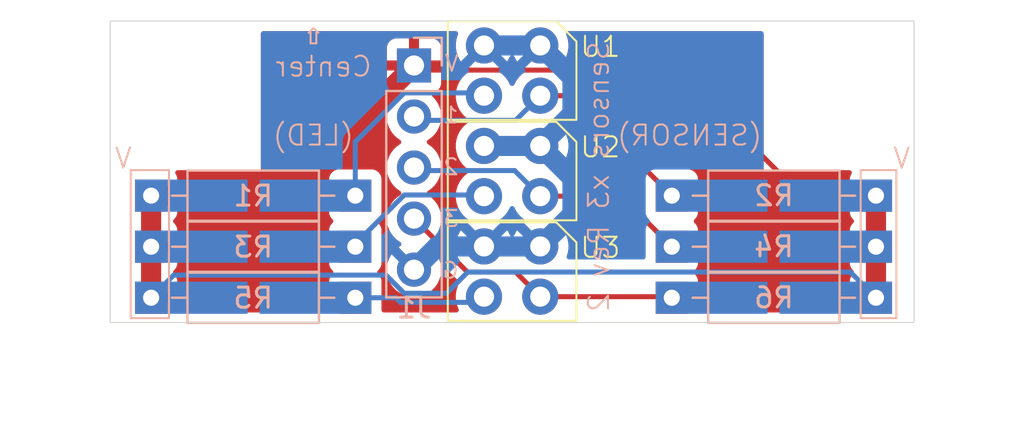
<source format=kicad_pcb>
(kicad_pcb (version 20241229) (generator "pcbnew") (generator_version "9.0")
  (layers (0 "F.Cu" signal) (2 "B.Cu" signal) (13 "F.Paste" user) (15 "B.Paste" user) (5 "F.SilkS" user "F.Silkscreen") (7 "B.SilkS" user "B.Silkscreen") (1 "F.Mask" user) (3 "B.Mask" user) (25 "Edge.Cuts" user))
  (net 0 "")
  (net 1 "/S2")
  (net 2 "GND")
  (net 3 "/S3")
  (net 4 "/S1")
  (net 5 "VCC")
  (net 6 "Net-(U1-LED+)")
  (net 7 "Net-(U2-LED+)")
  (net 8 "Net-(U3-LED+)")
  (footprint "Gboard:RPR220" (layer "F.Cu") (at 60 34.464)
    (property "Reference" "U2" (at 4.389 -1.19 0) (layer "F.SilkS") (effects (font (thickness 0.1))))
    (property "Value" "~")
    (fp_poly (pts (xy -3.2 -2.45) (xy -3.2 2.45) (xy 3.2 2.45) (xy 3.2 -1.45) (xy 2.2 -2.45)) (stroke (width 0.1)) (fill no) (layer "F.SilkS"))
    (pad "1" thru_hole circle (at -1.4 1.25) (size 1.8 1.8) (drill 1) (layers "*.Cu" "*.Mask") (net 7 "Net-(U2-LED+)"))
    (pad "2" thru_hole circle (at -1.4 -1.25) (size 1.8 1.8) (drill 1) (layers "*.Cu" "*.Mask") (net 2 "GND"))
    (pad "3" thru_hole circle (at 1.4 -1.25) (size 1.8 1.8) (drill 1) (layers "*.Cu" "*.Mask") (net 2 "GND"))
    (pad "4" thru_hole circle (at 1.4 1.25) (size 1.8 1.8) (drill 1) (layers "*.Cu" "*.Mask") (net 1 "/S2"))
  )
  (footprint "Gboard:RPR220" (layer "F.Cu") (at 60 29.464)
    (property "Reference" "U1" (at 4.389 -1.19 0) (layer "F.SilkS") (effects (font (thickness 0.1))))
    (property "Value" "~")
    (fp_poly (pts (xy -3.2 -2.45) (xy -3.2 2.45) (xy 3.2 2.45) (xy 3.2 -1.45) (xy 2.2 -2.45)) (stroke (width 0.1)) (fill no) (layer "F.SilkS"))
    (pad "1" thru_hole circle (at -1.4 1.25) (size 1.8 1.8) (drill 1) (layers "*.Cu" "*.Mask") (net 6 "Net-(U1-LED+)"))
    (pad "2" thru_hole circle (at -1.4 -1.25) (size 1.8 1.8) (drill 1) (layers "*.Cu" "*.Mask") (net 2 "GND"))
    (pad "3" thru_hole circle (at 1.4 -1.25) (size 1.8 1.8) (drill 1) (layers "*.Cu" "*.Mask") (net 2 "GND"))
    (pad "4" thru_hole circle (at 1.4 1.25) (size 1.8 1.8) (drill 1) (layers "*.Cu" "*.Mask") (net 4 "/S1"))
  )
  (footprint "MountingHole:MountingHole_3.2mm_M3" (layer "F.Cu") (at 76 31)
    (property "Reference" "REF1")
    (property "Value" "MountingHole_3.2mm_M3")
    (pad "" np_thru_hole circle (at 0 0) (size 3.2 3.2) (drill 3.2) (layers "*.Cu" "*.Mask"))
  )
  (footprint "MountingHole:MountingHole_3.2mm_M3" (layer "F.Cu") (at 44 31)
    (property "Reference" "REF2")
    (property "Value" "MountingHole_3.2mm_M3")
    (pad "" np_thru_hole circle (at 0 0) (size 3.2 3.2) (drill 3.2) (layers "*.Cu" "*.Mask"))
  )
  (footprint "Gboard:RPR220" (layer "F.Cu") (at 60 39.464)
    (property "Reference" "U3" (at 4.389 -1.19 0) (layer "F.SilkS") (effects (font (thickness 0.1))))
    (property "Value" "~")
    (fp_poly (pts (xy -3.2 -2.45) (xy -3.2 2.45) (xy 3.2 2.45) (xy 3.2 -1.45) (xy 2.2 -2.45)) (stroke (width 0.1)) (fill no) (layer "F.SilkS"))
    (pad "1" thru_hole circle (at -1.4 1.25) (size 1.8 1.8) (drill 1) (layers "*.Cu" "*.Mask") (net 8 "Net-(U3-LED+)"))
    (pad "2" thru_hole circle (at -1.4 -1.25) (size 1.8 1.8) (drill 1) (layers "*.Cu" "*.Mask") (net 2 "GND"))
    (pad "3" thru_hole circle (at 1.4 -1.25) (size 1.8 1.8) (drill 1) (layers "*.Cu" "*.Mask") (net 2 "GND"))
    (pad "4" thru_hole circle (at 1.4 1.25) (size 1.8 1.8) (drill 1) (layers "*.Cu" "*.Mask") (net 3 "/S3"))
  )
  (footprint "Gboard:Registor" (layer "B.Cu") (at 78.105 38.227 180)
    (property "Reference" "R4" (at 5.08 0 0) (layer "B.SilkS") (effects (justify mirror)))
    (property "Value" "R")
    (fp_line (start 9.12 0) (end 8.35 0) (stroke (width 0.12)) (layer "B.SilkS"))
    (fp_line (start 8.35 1.25) (end 1.81 1.25) (stroke (width 0.12)) (layer "B.SilkS"))
    (fp_line (start 8.35 -1.25) (end 8.35 1.25) (stroke (width 0.12)) (layer "B.SilkS"))
    (fp_line (start 1.81 1.25) (end 1.81 -1.25) (stroke (width 0.12)) (layer "B.SilkS"))
    (fp_line (start 1.81 -1.25) (end 8.35 -1.25) (stroke (width 0.12)) (layer "B.SilkS"))
    (fp_line (start 1.04 0) (end 1.81 0) (stroke (width 0.12)) (layer "B.SilkS"))
    (pad "1" thru_hole rect (at 0 0 180) (size 1.6 1.6) (drill 0.8) (layers "*.Cu" "*.Mask") (net 5 "VCC"))
    (pad "1" smd rect (at 2.8 0 180) (size 4 1.6) (layers "B.Cu" "B.Mask" "B.Paste") (net 5 "VCC"))
    (pad "2" smd rect (at 7.4 0 180) (size 4 1.6) (layers "B.Cu" "B.Mask" "B.Paste") (net 1 "/S2"))
    (pad "2" thru_hole rect (at 10.16 0 180) (size 1.6 1.6) (drill 0.8) (layers "*.Cu" "*.Mask") (net 1 "/S2"))
  )
  (footprint "Gboard:Registor" (layer "B.Cu") (at 42.037 35.687)
    (property "Reference" "R1" (at 5.08 0.017 180) (layer "B.SilkS") (effects (justify mirror)))
    (property "Value" "R")
    (fp_line (start 1.04 0) (end 1.81 0) (stroke (width 0.12)) (layer "B.SilkS"))
    (fp_line (start 1.81 -1.25) (end 8.35 -1.25) (stroke (width 0.12)) (layer "B.SilkS"))
    (fp_line (start 1.81 1.25) (end 1.81 -1.25) (stroke (width 0.12)) (layer "B.SilkS"))
    (fp_line (start 8.35 -1.25) (end 8.35 1.25) (stroke (width 0.12)) (layer "B.SilkS"))
    (fp_line (start 8.35 1.25) (end 1.81 1.25) (stroke (width 0.12)) (layer "B.SilkS"))
    (fp_line (start 9.12 0) (end 8.35 0) (stroke (width 0.12)) (layer "B.SilkS"))
    (pad "1" thru_hole rect (at 0 0) (size 1.6 1.6) (drill 0.8) (layers "*.Cu" "*.Mask") (net 5 "VCC"))
    (pad "1" smd rect (at 2.8 0) (size 4 1.6) (layers "B.Cu" "B.Mask" "B.Paste") (net 5 "VCC"))
    (pad "2" smd rect (at 7.4 0) (size 4 1.6) (layers "B.Cu" "B.Mask" "B.Paste") (net 6 "Net-(U1-LED+)"))
    (pad "2" thru_hole rect (at 10.16 0) (size 1.6 1.6) (drill 0.8) (layers "*.Cu" "*.Mask") (net 6 "Net-(U1-LED+)"))
  )
  (footprint "Gboard:Registor" (layer "B.Cu") (at 78.105 40.767 180)
    (property "Reference" "R6" (at 5.08 0 0) (layer "B.SilkS") (effects (justify mirror)))
    (property "Value" "R")
    (fp_line (start 9.12 0) (end 8.35 0) (stroke (width 0.12)) (layer "B.SilkS"))
    (fp_line (start 8.35 1.25) (end 1.81 1.25) (stroke (width 0.12)) (layer "B.SilkS"))
    (fp_line (start 8.35 -1.25) (end 8.35 1.25) (stroke (width 0.12)) (layer "B.SilkS"))
    (fp_line (start 1.81 1.25) (end 1.81 -1.25) (stroke (width 0.12)) (layer "B.SilkS"))
    (fp_line (start 1.81 -1.25) (end 8.35 -1.25) (stroke (width 0.12)) (layer "B.SilkS"))
    (fp_line (start 1.04 0) (end 1.81 0) (stroke (width 0.12)) (layer "B.SilkS"))
    (pad "1" thru_hole rect (at 0 0 180) (size 1.6 1.6) (drill 0.8) (layers "*.Cu" "*.Mask") (net 5 "VCC"))
    (pad "1" smd rect (at 2.8 0 180) (size 4 1.6) (layers "B.Cu" "B.Mask" "B.Paste") (net 5 "VCC"))
    (pad "2" smd rect (at 7.4 0 180) (size 4 1.6) (layers "B.Cu" "B.Mask" "B.Paste") (net 3 "/S3"))
    (pad "2" thru_hole rect (at 10.16 0 180) (size 1.6 1.6) (drill 0.8) (layers "*.Cu" "*.Mask") (net 3 "/S3"))
  )
  (footprint "Gboard:Registor" (layer "B.Cu") (at 78.105 35.687 180)
    (property "Reference" "R2" (at 5.08 0 0) (layer "B.SilkS") (effects (justify mirror)))
    (property "Value" "R")
    (fp_line (start 9.12 0) (end 8.35 0) (stroke (width 0.12)) (layer "B.SilkS"))
    (fp_line (start 8.35 1.25) (end 1.81 1.25) (stroke (width 0.12)) (layer "B.SilkS"))
    (fp_line (start 8.35 -1.25) (end 8.35 1.25) (stroke (width 0.12)) (layer "B.SilkS"))
    (fp_line (start 1.81 1.25) (end 1.81 -1.25) (stroke (width 0.12)) (layer "B.SilkS"))
    (fp_line (start 1.81 -1.25) (end 8.35 -1.25) (stroke (width 0.12)) (layer "B.SilkS"))
    (fp_line (start 1.04 0) (end 1.81 0) (stroke (width 0.12)) (layer "B.SilkS"))
    (pad "1" thru_hole rect (at 0 0 180) (size 1.6 1.6) (drill 0.8) (layers "*.Cu" "*.Mask") (net 5 "VCC"))
    (pad "1" smd rect (at 2.8 0 180) (size 4 1.6) (layers "B.Cu" "B.Mask" "B.Paste") (net 5 "VCC"))
    (pad "2" smd rect (at 7.4 0 180) (size 4 1.6) (layers "B.Cu" "B.Mask" "B.Paste") (net 4 "/S1"))
    (pad "2" thru_hole rect (at 10.16 0 180) (size 1.6 1.6) (drill 0.8) (layers "*.Cu" "*.Mask") (net 4 "/S1"))
  )
  (footprint "Gboard:Registor" (layer "B.Cu") (at 42.037 40.767)
    (property "Reference" "R5" (at 5.08 0.017 180) (layer "B.SilkS") (effects (justify mirror)))
    (property "Value" "R")
    (fp_line (start 1.04 0) (end 1.81 0) (stroke (width 0.12)) (layer "B.SilkS"))
    (fp_line (start 1.81 -1.25) (end 8.35 -1.25) (stroke (width 0.12)) (layer "B.SilkS"))
    (fp_line (start 1.81 1.25) (end 1.81 -1.25) (stroke (width 0.12)) (layer "B.SilkS"))
    (fp_line (start 8.35 -1.25) (end 8.35 1.25) (stroke (width 0.12)) (layer "B.SilkS"))
    (fp_line (start 8.35 1.25) (end 1.81 1.25) (stroke (width 0.12)) (layer "B.SilkS"))
    (fp_line (start 9.12 0) (end 8.35 0) (stroke (width 0.12)) (layer "B.SilkS"))
    (pad "1" thru_hole rect (at 0 0) (size 1.6 1.6) (drill 0.8) (layers "*.Cu" "*.Mask") (net 5 "VCC"))
    (pad "1" smd rect (at 2.8 0) (size 4 1.6) (layers "B.Cu" "B.Mask" "B.Paste") (net 5 "VCC"))
    (pad "2" smd rect (at 7.4 0) (size 4 1.6) (layers "B.Cu" "B.Mask" "B.Paste") (net 8 "Net-(U3-LED+)"))
    (pad "2" thru_hole rect (at 10.16 0) (size 1.6 1.6) (drill 0.8) (layers "*.Cu" "*.Mask") (net 8 "Net-(U3-LED+)"))
  )
  (footprint "Gboard:Registor" (layer "B.Cu") (at 42.037 38.227)
    (property "Reference" "R3" (at 5.08 0.017 180) (layer "B.SilkS") (effects (justify mirror)))
    (property "Value" "R")
    (fp_line (start 1.04 0) (end 1.81 0) (stroke (width 0.12)) (layer "B.SilkS"))
    (fp_line (start 1.81 -1.25) (end 8.35 -1.25) (stroke (width 0.12)) (layer "B.SilkS"))
    (fp_line (start 1.81 1.25) (end 1.81 -1.25) (stroke (width 0.12)) (layer "B.SilkS"))
    (fp_line (start 8.35 -1.25) (end 8.35 1.25) (stroke (width 0.12)) (layer "B.SilkS"))
    (fp_line (start 8.35 1.25) (end 1.81 1.25) (stroke (width 0.12)) (layer "B.SilkS"))
    (fp_line (start 9.12 0) (end 8.35 0) (stroke (width 0.12)) (layer "B.SilkS"))
    (pad "1" thru_hole rect (at 0 0) (size 1.6 1.6) (drill 0.8) (layers "*.Cu" "*.Mask") (net 5 "VCC"))
    (pad "1" smd rect (at 2.8 0) (size 4 1.6) (layers "B.Cu" "B.Mask" "B.Paste") (net 5 "VCC"))
    (pad "2" smd rect (at 7.4 0) (size 4 1.6) (layers "B.Cu" "B.Mask" "B.Paste") (net 7 "Net-(U2-LED+)"))
    (pad "2" thru_hole rect (at 10.16 0) (size 1.6 1.6) (drill 0.8) (layers "*.Cu" "*.Mask") (net 7 "Net-(U2-LED+)"))
  )
  (footprint "Connector_PinHeader_2.54mm:PinHeader_1x05_P2.54mm_Vertical" (layer "B.Cu") (at 55.118 29.21 180)
    (property "Reference" "J1" (at 0 -12.065 0) (layer "B.SilkS") (effects (justify mirror)))
    (property "Value" "Conn_01x05_Pin")
    (fp_line (start 1.38 -1.27) (end 1.38 -11.54) (stroke (width 0.12)) (layer "B.SilkS"))
    (fp_line (start -1.38 1.38) (end 0 1.38) (stroke (width 0.12)) (layer "B.SilkS"))
    (fp_line (start -1.38 0) (end -1.38 1.38) (stroke (width 0.12)) (layer "B.SilkS"))
    (fp_line (start -1.38 -1.27) (end 1.38 -1.27) (stroke (width 0.12)) (layer "B.SilkS"))
    (fp_line (start -1.38 -1.27) (end -1.38 -11.54) (stroke (width 0.12)) (layer "B.SilkS"))
    (fp_line (start -1.38 -11.54) (end 1.38 -11.54) (stroke (width 0.12)) (layer "B.SilkS"))
    (pad "1" thru_hole rect (at 0 0 180) (size 1.7 1.7) (drill 1) (layers "*.Cu" "*.Mask") (net 5 "VCC"))
    (pad "2" thru_hole circle (at 0 -2.54 180) (size 1.7 1.7) (drill 1) (layers "*.Cu" "*.Mask") (net 4 "/S1"))
    (pad "3" thru_hole circle (at 0 -5.08 180) (size 1.7 1.7) (drill 1) (layers "*.Cu" "*.Mask") (net 1 "/S2"))
    (pad "4" thru_hole circle (at 0 -7.62 180) (size 1.7 1.7) (drill 1) (layers "*.Cu" "*.Mask") (net 3 "/S3"))
    (pad "5" thru_hole circle (at 0 -10.16 180) (size 1.7 1.7) (drill 1) (layers "*.Cu" "*.Mask") (net 2 "GND"))
  )
  (gr_rect (start 77.343 34.417) (end 79.121 41.783) (stroke (width 0.1)) (fill no) (layer "B.SilkS"))
  (gr_rect (start 41.021 34.417) (end 42.926 41.783) (stroke (width 0.1)) (fill no) (layer "B.SilkS"))
  (gr_rect (start 40 27) (end 80 42) (stroke (width 0.05)) (fill no) (layer "Edge.Cuts"))
  (gr_text "V" (at 79.883 34.417 0) (layer "B.SilkS") (effects (font (size 1 1) (thickness 0.1)) (justify left bottom mirror)))
  (gr_text "V\n\n1\n\n2\n\n3\n\nG" (at 57.404 39.878 0) (layer "B.SilkS") (effects (font (size 0.8 0.8) (thickness 0.1)) (justify left bottom mirror)))
  (gr_text "(SENSOR)" (at 72.517 33.274 0) (layer "B.SilkS") (effects (font (size 1 1) (thickness 0.1)) (justify left bottom mirror)))
  (gr_text "   ⇧\nCenter\n" (at 53.086 29.845 0) (layer "B.SilkS") (effects (font (size 1 1) (thickness 0.1)) (justify left bottom mirror)))
  (gr_text "Sensors x3 Rev 2" (at 64.897 27.94 90) (layer "B.SilkS") (effects (font (size 1 1) (thickness 0.1)) (justify left bottom mirror)))
  (gr_text "V" (at 41.148 34.417 0) (layer "B.SilkS") (effects (font (size 1 1) (thickness 0.1)) (justify left bottom mirror)))
  (gr_text "(LED)" (at 52.197 33.274 0) (layer "B.SilkS") (effects (font (size 1 1) (thickness 0.1)) (justify left bottom mirror)))
  (segment (start 65.432 35.714) (end 67.945 38.227) (width 0.25) (layer "F.Cu") (net 1))
  (segment (start 61.4 35.714) (end 65.432 35.714) (width 0.25) (layer "F.Cu") (net 1))
  (segment (start 55.118 34.29) (end 55.268 34.44) (width 0.25) (layer "B.Cu") (net 1))
  (segment (start 60.126 34.44) (end 61.4 35.714) (width 0.25) (layer "B.Cu") (net 1))
  (segment (start 55.268 34.44) (end 60.126 34.44) (width 0.25) (layer "B.Cu") (net 1))
  (segment (start 58.6 28.214) (end 61.4 28.214) (width 1) (layer "B.Cu") (net 2))
  (segment (start 58.6 38.214) (end 61.4 38.214) (width 1) (layer "B.Cu") (net 2))
  (segment (start 58.6 33.214) (end 61.4 33.214) (width 1) (layer "B.Cu") (net 2))
  (segment (start 61.4 28.214) (end 63.001 29.815) (width 1) (layer "B.Cu") (net 2))
  (segment (start 63.001 34.815) (end 63.001 36.613) (width 1) (layer "B.Cu") (net 2))
  (segment (start 63.001 31.613) (end 61.4 33.214) (width 1) (layer "B.Cu") (net 2))
  (segment (start 63.001 29.815) (end 63.001 31.613) (width 1) (layer "B.Cu") (net 2))
  (segment (start 56.274 38.214) (end 58.6 38.214) (width 1) (layer "B.Cu") (net 2))
  (segment (start 61.4 33.214) (end 63.001 34.815) (width 1) (layer "B.Cu") (net 2))
  (segment (start 55.118 39.37) (end 56.274 38.214) (width 1) (layer "B.Cu") (net 2))
  (segment (start 63.001 36.613) (end 61.4 38.214) (width 1) (layer "B.Cu") (net 2))
  (segment (start 60.174 39.488) (end 61.4 40.714) (width 0.25) (layer "F.Cu") (net 3))
  (segment (start 67.892 40.714) (end 67.945 40.767) (width 0.25) (layer "F.Cu") (net 3))
  (segment (start 57.776 39.488) (end 60.174 39.488) (width 0.25) (layer "F.Cu") (net 3))
  (segment (start 61.4 40.714) (end 67.892 40.714) (width 0.25) (layer "F.Cu") (net 3))
  (segment (start 55.118 36.83) (end 57.776 39.488) (width 0.25) (layer "F.Cu") (net 3))
  (segment (start 62.972 30.714) (end 67.945 35.687) (width 0.25) (layer "F.Cu") (net 4))
  (segment (start 61.4 30.714) (end 62.972 30.714) (width 0.25) (layer "F.Cu") (net 4))
  (segment (start 55.118 31.75) (end 55.308 31.94) (width 0.25) (layer "B.Cu") (net 4))
  (segment (start 60.174 31.94) (end 61.4 30.714) (width 0.25) (layer "B.Cu") (net 4))
  (segment (start 55.308 31.94) (end 60.174 31.94) (width 0.25) (layer "B.Cu") (net 4))
  (segment (start 42.037 35.687) (end 48.641 35.687) (width 1) (layer "F.Cu") (net 5))
  (segment (start 68.175 29.44) (end 74.422 35.687) (width 0.25) (layer "F.Cu") (net 5))
  (segment (start 55.348 29.44) (end 68.175 29.44) (width 0.25) (layer "F.Cu") (net 5))
  (segment (start 78.105 35.687) (end 78.105 40.767) (width 1) (layer "F.Cu") (net 5))
  (segment (start 74.422 35.687) (end 78.105 35.687) (width 0.25) (layer "F.Cu") (net 5))
  (segment (start 42.037 40.767) (end 42.037 35.687) (width 1) (layer "F.Cu") (net 5))
  (segment (start 55.118 29.21) (end 55.348 29.44) (width 0.25) (layer "F.Cu") (net 5))
  (segment (start 48.641 35.687) (end 55.118 29.21) (width 1) (layer "F.Cu") (net 5))
  (segment (start 56.737 40.545) (end 57.794 39.488) (width 0.25) (layer "B.Cu") (net 5))
  (segment (start 54.629884 40.545) (end 56.737 40.545) (width 0.25) (layer "B.Cu") (net 5))
  (segment (start 42.037 40.767) (end 43.163 39.641) (width 0.25) (layer "B.Cu") (net 5))
  (segment (start 57.794 39.488) (end 76.826 39.488) (width 0.25) (layer "B.Cu") (net 5))
  (segment (start 43.163 39.641) (end 53.725884 39.641) (width 0.25) (layer "B.Cu") (net 5))
  (segment (start 76.826 39.488) (end 78.105 40.767) (width 0.25) (layer "B.Cu") (net 5))
  (segment (start 53.725884 39.641) (end 54.629884 40.545) (width 0.25) (layer "B.Cu") (net 5))
  (segment (start 54.630884 30.574) (end 58.46 30.574) (width 0.25) (layer "B.Cu") (net 6))
  (segment (start 58.46 30.574) (end 58.6 30.714) (width 0.25) (layer "B.Cu") (net 6))
  (segment (start 52.197 35.687) (end 52.197 33.007884) (width 0.25) (layer "B.Cu") (net 6))
  (segment (start 52.197 33.007884) (end 54.630884 30.574) (width 0.25) (layer "B.Cu") (net 6))
  (segment (start 52.197 38.087884) (end 54.630884 35.654) (width 0.25) (layer "B.Cu") (net 7))
  (segment (start 52.197 38.227) (end 52.197 38.087884) (width 0.25) (layer "B.Cu") (net 7))
  (segment (start 58.54 35.654) (end 58.6 35.714) (width 0.25) (layer "B.Cu") (net 7))
  (segment (start 54.630884 35.654) (end 58.54 35.654) (width 0.25) (layer "B.Cu") (net 7))
  (segment (start 52.197 40.767) (end 54.215488 40.767) (width 0.25) (layer "B.Cu") (net 8))
  (segment (start 58.318 40.996) (end 58.6 40.714) (width 0.25) (layer "B.Cu") (net 8))
  (segment (start 54.444488 40.996) (end 58.318 40.996) (width 0.25) (layer "B.Cu") (net 8))
  (segment (start 54.215488 40.767) (end 54.444488 40.996) (width 0.25) (layer "B.Cu") (net 8))
  (zone (net 5) (net_name "VCC") (layer "F.Cu") (connect_pads (clearance 0.5)) (min_thickness 0.25) (fill yes (thermal_gap 0.5) (thermal_bridge_width 0.5))
    (polygon (pts (xy 47.498 27.432) (xy 47.498 34.417) (xy 40.513 34.417) (xy 40.513 41.529) (xy 79.502 41.529) (xy 79.502 34.417) (xy 72.517 34.417) (xy 72.517 27.432)))
  )
  (zone (net 2) (net_name "GND") (layer "B.Cu") (priority 1) (connect_pads (clearance 0.5)) (min_thickness 0.25) (fill yes (thermal_gap 0.5) (thermal_bridge_width 0.5))
    (polygon (pts (xy 47.498 27.432) (xy 47.498 34.417) (xy 40.513 34.417) (xy 40.513 41.529) (xy 79.502 41.529) (xy 79.502 34.417) (xy 72.517 34.417) (xy 72.517 27.432)))
  )
)
</source>
